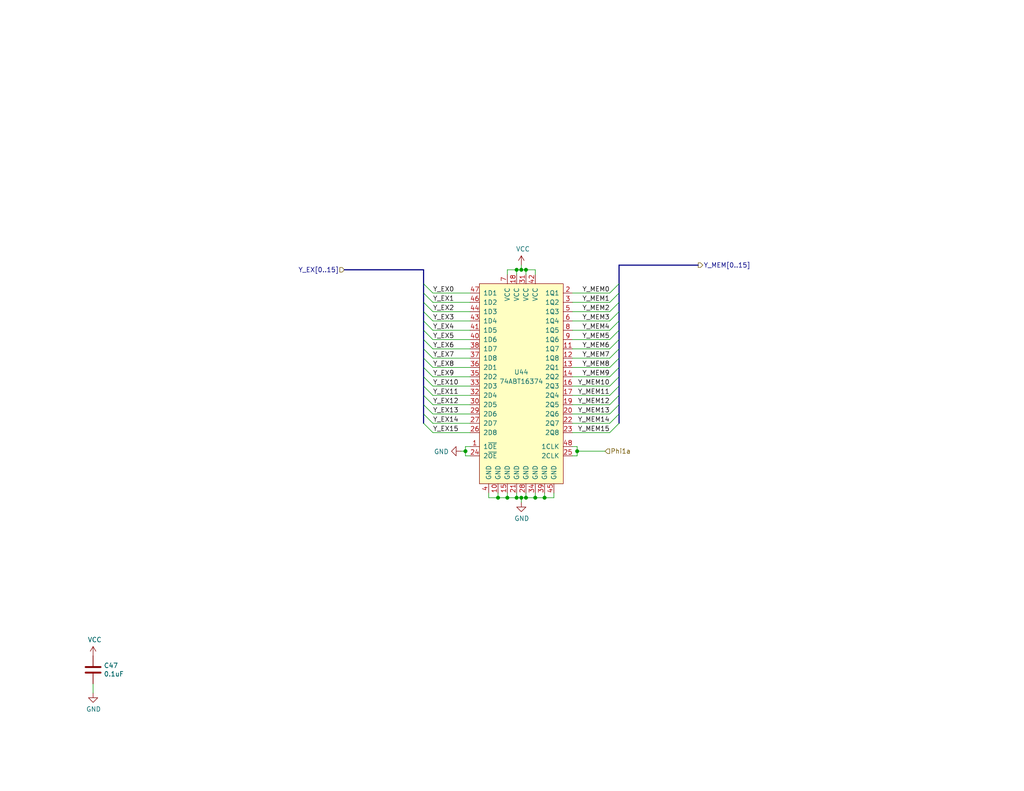
<source format=kicad_sch>
(kicad_sch (version 20250114) (generator "eeschema") (generator_version "9.0")
  (paper "USLetter")
  (title_block (title "EX/MEM: ALUResult Register") (date "2023-11-25") (rev "A"))
  (lib_symbols
    (symbol "Device:C" (pin_numbers (hide yes)) (pin_names (offset 0.254))
      (property "Reference" "C" (at 0.635 2.54 0))
      (property "Value" "C" (at 0.635 -2.54 0))
      (symbol "C_0_1"
        (polyline (pts (xy -2.032 0.762) (xy 2.032 0.762)) (stroke (width 0.508)))
        (polyline (pts (xy -2.032 -0.762) (xy 2.032 -0.762)) (stroke (width 0.508)))
      )
      (symbol "C_1_1"
        (pin passive line (at 0 3.81 270) (length 2.794) (name "~") (number "1"))
        (pin passive line (at 0 -3.81 90) (length 2.794) (name "~") (number "2"))
      )
    )
    (symbol "Turtle16:74ABT16374" (pin_names (offset 1.016))
      (symbol "74ABT16374_0_0"
        (pin input line (at -13.97 21.59 0) (length 2.54) (name "1D1") (number "47"))
        (pin input line (at -13.97 19.05 0) (length 2.54) (name "1D2") (number "46"))
        (pin input line (at -13.97 16.51 0) (length 2.54) (name "1D3") (number "44"))
        (pin input line (at -13.97 13.97 0) (length 2.54) (name "1D4") (number "43"))
        (pin input line (at -13.97 11.43 0) (length 2.54) (name "1D5") (number "41"))
        (pin input line (at -13.97 8.89 0) (length 2.54) (name "1D6") (number "40"))
        (pin input line (at -13.97 6.35 0) (length 2.54) (name "1D7") (number "38"))
        (pin input line (at -13.97 3.81 0) (length 2.54) (name "1D8") (number "37"))
        (pin input line (at -13.97 1.27 0) (length 2.54) (name "2D1") (number "36"))
        (pin input line (at -13.97 -1.27 0) (length 2.54) (name "2D2") (number "35"))
        (pin input line (at -13.97 -3.81 0) (length 2.54) (name "2D3") (number "33"))
        (pin input line (at -13.97 -6.35 0) (length 2.54) (name "2D4") (number "32"))
        (pin input line (at -13.97 -8.89 0) (length 2.54) (name "2D5") (number "30"))
        (pin input line (at -13.97 -11.43 0) (length 2.54) (name "2D6") (number "29"))
        (pin input line (at -13.97 -13.97 0) (length 2.54) (name "2D7") (number "27"))
        (pin input line (at -13.97 -16.51 0) (length 2.54) (name "2D8") (number "26"))
        (pin input line (at -13.97 -20.32 0) (length 2.54) (name "1~{OE}") (number "1"))
        (pin input line (at -13.97 -22.86 0) (length 2.54) (name "2~{OE}") (number "24"))
        (pin power_in line (at -8.89 -33.02 90) (length 2.54) (name "GND") (number "4"))
        (pin power_in line (at -6.35 -33.02 90) (length 2.54) (name "GND") (number "10"))
        (pin power_in line (at -3.81 26.67 270) (length 2.54) (name "VCC") (number "7"))
        (pin power_in line (at -3.81 -33.02 90) (length 2.54) (name "GND") (number "15"))
        (pin power_in line (at -1.27 26.67 270) (length 2.54) (name "VCC") (number "18"))
        (pin power_in line (at -1.27 -33.02 90) (length 2.54) (name "GND") (number "21"))
        (pin power_in line (at 1.27 26.67 270) (length 2.54) (name "VCC") (number "31"))
        (pin power_in line (at 1.27 -33.02 90) (length 2.54) (name "GND") (number "28"))
        (pin power_in line (at 3.81 26.67 270) (length 2.54) (name "VCC") (number "42"))
        (pin power_in line (at 3.81 -33.02 90) (length 2.54) (name "GND") (number "34"))
        (pin power_in line (at 6.35 -33.02 90) (length 2.54) (name "GND") (number "39"))
        (pin power_in line (at 8.89 -33.02 90) (length 2.54) (name "GND") (number "45"))
        (pin tri_state line (at 13.97 21.59 180) (length 2.54) (name "1Q1") (number "2"))
        (pin tri_state line (at 13.97 19.05 180) (length 2.54) (name "1Q2") (number "3"))
        (pin tri_state line (at 13.97 16.51 180) (length 2.54) (name "1Q3") (number "5"))
        (pin tri_state line (at 13.97 13.97 180) (length 2.54) (name "1Q4") (number "6"))
        (pin tri_state line (at 13.97 11.43 180) (length 2.54) (name "1Q5") (number "8"))
        (pin tri_state line (at 13.97 8.89 180) (length 2.54) (name "1Q6") (number "9"))
        (pin tri_state line (at 13.97 6.35 180) (length 2.54) (name "1Q7") (number "11"))
        (pin tri_state line (at 13.97 3.81 180) (length 2.54) (name "1Q8") (number "12"))
        (pin tri_state line (at 13.97 1.27 180) (length 2.54) (name "2Q1") (number "13"))
        (pin tri_state line (at 13.97 -1.27 180) (length 2.54) (name "2Q2") (number "14"))
        (pin tri_state line (at 13.97 -3.81 180) (length 2.54) (name "2Q3") (number "16"))
        (pin tri_state line (at 13.97 -6.35 180) (length 2.54) (name "2Q4") (number "17"))
        (pin tri_state line (at 13.97 -8.89 180) (length 2.54) (name "2Q5") (number "19"))
        (pin tri_state line (at 13.97 -11.43 180) (length 2.54) (name "2Q6") (number "20"))
        (pin tri_state line (at 13.97 -13.97 180) (length 2.54) (name "2Q7") (number "22"))
        (pin tri_state line (at 13.97 -16.51 180) (length 2.54) (name "2Q8") (number "23"))
        (pin input line (at 13.97 -20.32 180) (length 2.54) (name "1CLK") (number "48"))
        (pin input line (at 13.97 -22.86 180) (length 2.54) (name "2CLK") (number "25"))
      )
      (symbol "74ABT16374_0_1"
        (rectangle (start -11.43 24.13) (end 11.43 -30.48) (fill (type background)))
      )
    )
    (symbol "power:GND" (power) (pin_names (offset 0))
      (property "Value" "GND" (at 0 -3.81 0))
      (symbol "GND_0_1"
        (polyline (pts (xy 0 0) (xy 0 -1.27) (xy 1.27 -1.27) (xy 0 -2.54) (xy -1.27 -1.27) (xy 0 -1.27)))
      )
      (symbol "GND_1_1"
        (pin power_in line (at 0 0 270) (length 0) (hide yes) (name "GND") (number "1"))
      )
    )
    (symbol "power:VCC" (power) (pin_names (offset 0))
      (property "Value" "VCC" (at 0 3.81 0))
      (symbol "VCC_0_1"
        (polyline (pts (xy -0.762 1.27) (xy 0 2.54)))
        (polyline (pts (xy 0 2.54) (xy 0.762 1.27)))
        (polyline (pts (xy 0 0) (xy 0 2.54)))
      )
      (symbol "VCC_1_1"
        (pin power_in line (at 0 0 90) (length 0) (hide yes) (name "VCC") (number "1"))
      )
    )
  )
  (junction (at 157.48 123.19))
  (junction (at 142.24 135.89))
  (junction (at 127 123.19))
  (junction (at 143.51 73.66))
  (junction (at 146.05 135.89))
  (junction (at 148.59 135.89))
  (junction (at 140.97 135.89))
  (junction (at 135.89 135.89))
  (junction (at 140.97 73.66))
  (junction (at 142.24 73.66))
  (junction (at 138.43 135.89))
  (junction (at 143.51 135.89))
  (bus_entry (at 115.57 87.63) (size 2.54 2.54))
  (bus_entry (at 168.91 87.63) (size -2.54 2.54))
  (bus_entry (at 168.91 113.03) (size -2.54 2.54))
  (bus_entry (at 115.57 82.55) (size 2.54 2.54))
  (bus_entry (at 168.91 92.71) (size -2.54 2.54))
  (bus_entry (at 115.57 90.17) (size 2.54 2.54))
  (bus_entry (at 115.57 92.71) (size 2.54 2.54))
  (bus_entry (at 168.91 77.47) (size -2.54 2.54))
  (bus_entry (at 168.91 110.49) (size -2.54 2.54))
  (bus_entry (at 115.57 77.47) (size 2.54 2.54))
  (bus_entry (at 115.57 110.49) (size 2.54 2.54))
  (bus_entry (at 168.91 85.09) (size -2.54 2.54))
  (bus_entry (at 115.57 102.87) (size 2.54 2.54))
  (bus_entry (at 115.57 97.79) (size 2.54 2.54))
  (bus_entry (at 168.91 80.01) (size -2.54 2.54))
  (bus_entry (at 168.91 115.57) (size -2.54 2.54))
  (bus_entry (at 168.91 105.41) (size -2.54 2.54))
  (bus_entry (at 115.57 105.41) (size 2.54 2.54))
  (bus_entry (at 168.91 90.17) (size -2.54 2.54))
  (bus_entry (at 115.57 113.03) (size 2.54 2.54))
  (bus_entry (at 115.57 100.33) (size 2.54 2.54))
  (bus_entry (at 115.57 95.25) (size 2.54 2.54))
  (bus_entry (at 168.91 102.87) (size -2.54 2.54))
  (bus_entry (at 115.57 80.01) (size 2.54 2.54))
  (bus_entry (at 168.91 100.33) (size -2.54 2.54))
  (bus_entry (at 168.91 107.95) (size -2.54 2.54))
  (bus_entry (at 168.91 82.55) (size -2.54 2.54))
  (bus_entry (at 115.57 107.95) (size 2.54 2.54))
  (bus_entry (at 168.91 97.79) (size -2.54 2.54))
  (bus_entry (at 115.57 115.57) (size 2.54 2.54))
  (bus_entry (at 115.57 85.09) (size 2.54 2.54))
  (bus_entry (at 168.91 95.25) (size -2.54 2.54))
  (wire (pts (xy 135.89 135.89) (xy 138.43 135.89)))
  (bus (pts (xy 168.91 85.09) (xy 168.91 87.63)))
  (bus (pts (xy 93.98 73.66) (xy 115.57 73.66)))
  (wire (pts (xy 166.37 100.33) (xy 156.21 100.33)))
  (wire (pts (xy 166.37 80.01) (xy 156.21 80.01)))
  (wire (pts (xy 143.51 73.66) (xy 146.05 73.66)))
  (bus (pts (xy 115.57 113.03) (xy 115.57 115.57)))
  (wire (pts (xy 146.05 73.66) (xy 146.05 74.93)))
  (wire (pts (xy 166.37 82.55) (xy 156.21 82.55)))
  (wire (pts (xy 166.37 115.57) (xy 156.21 115.57)))
  (bus (pts (xy 168.91 87.63) (xy 168.91 90.17)))
  (wire (pts (xy 138.43 73.66) (xy 140.97 73.66)))
  (wire (pts (xy 140.97 135.89) (xy 142.24 135.89)))
  (bus (pts (xy 115.57 97.79) (xy 115.57 100.33)))
  (bus (pts (xy 168.91 107.95) (xy 168.91 110.49)))
  (bus (pts (xy 115.57 107.95) (xy 115.57 110.49)))
  (bus (pts (xy 190.5 72.39) (xy 168.91 72.39)))
  (wire (pts (xy 118.11 118.11) (xy 128.27 118.11)))
  (wire (pts (xy 118.11 105.41) (xy 128.27 105.41)))
  (wire (pts (xy 118.11 115.57) (xy 128.27 115.57)))
  (wire (pts (xy 142.24 72.39) (xy 142.24 73.66)))
  (bus (pts (xy 168.91 110.49) (xy 168.91 113.03)))
  (wire (pts (xy 140.97 73.66) (xy 142.24 73.66)))
  (wire (pts (xy 148.59 135.89) (xy 151.13 135.89)))
  (wire (pts (xy 142.24 135.89) (xy 143.51 135.89)))
  (wire (pts (xy 133.35 135.89) (xy 135.89 135.89)))
  (wire (pts (xy 118.11 95.25) (xy 128.27 95.25)))
  (wire (pts (xy 135.89 134.62) (xy 135.89 135.89)))
  (bus (pts (xy 168.91 95.25) (xy 168.91 97.79)))
  (wire (pts (xy 157.48 123.19) (xy 157.48 124.46)))
  (wire (pts (xy 138.43 134.62) (xy 138.43 135.89)))
  (wire (pts (xy 166.37 102.87) (xy 156.21 102.87)))
  (wire (pts (xy 127 124.46) (xy 128.27 124.46)))
  (bus (pts (xy 168.91 72.39) (xy 168.91 77.47)))
  (wire (pts (xy 166.37 90.17) (xy 156.21 90.17)))
  (bus (pts (xy 168.91 100.33) (xy 168.91 102.87)))
  (bus (pts (xy 115.57 92.71) (xy 115.57 95.25)))
  (bus (pts (xy 115.57 102.87) (xy 115.57 105.41)))
  (wire (pts (xy 118.11 97.79) (xy 128.27 97.79)))
  (wire (pts (xy 157.48 124.46) (xy 156.21 124.46)))
  (wire (pts (xy 127 121.92) (xy 127 123.19)))
  (wire (pts (xy 118.11 90.17) (xy 128.27 90.17)))
  (wire (pts (xy 118.11 113.03) (xy 128.27 113.03)))
  (wire (pts (xy 166.37 107.95) (xy 156.21 107.95)))
  (wire (pts (xy 156.21 121.92) (xy 157.48 121.92)))
  (bus (pts (xy 115.57 90.17) (xy 115.57 92.71)))
  (bus (pts (xy 168.91 90.17) (xy 168.91 92.71)))
  (bus (pts (xy 115.57 100.33) (xy 115.57 102.87)))
  (wire (pts (xy 166.37 118.11) (xy 156.21 118.11)))
  (wire (pts (xy 25.4 189.23) (xy 25.4 186.69)))
  (wire (pts (xy 118.11 100.33) (xy 128.27 100.33)))
  (wire (pts (xy 157.48 121.92) (xy 157.48 123.19)))
  (wire (pts (xy 140.97 134.62) (xy 140.97 135.89)))
  (wire (pts (xy 166.37 92.71) (xy 156.21 92.71)))
  (wire (pts (xy 146.05 135.89) (xy 148.59 135.89)))
  (wire (pts (xy 127 123.19) (xy 127 124.46)))
  (bus (pts (xy 115.57 73.66) (xy 115.57 77.47)))
  (bus (pts (xy 115.57 80.01) (xy 115.57 82.55)))
  (bus (pts (xy 115.57 110.49) (xy 115.57 113.03)))
  (wire (pts (xy 166.37 105.41) (xy 156.21 105.41)))
  (wire (pts (xy 118.11 82.55) (xy 128.27 82.55)))
  (bus (pts (xy 168.91 113.03) (xy 168.91 115.57)))
  (wire (pts (xy 127 123.19) (xy 125.73 123.19)))
  (wire (pts (xy 133.35 134.62) (xy 133.35 135.89)))
  (wire (pts (xy 118.11 87.63) (xy 128.27 87.63)))
  (wire (pts (xy 157.48 123.19) (xy 165.1 123.19)))
  (wire (pts (xy 118.11 102.87) (xy 128.27 102.87)))
  (wire (pts (xy 140.97 74.93) (xy 140.97 73.66)))
  (wire (pts (xy 142.24 135.89) (xy 142.24 137.16)))
  (bus (pts (xy 115.57 95.25) (xy 115.57 97.79)))
  (wire (pts (xy 142.24 73.66) (xy 143.51 73.66)))
  (wire (pts (xy 166.37 95.25) (xy 156.21 95.25)))
  (wire (pts (xy 151.13 135.89) (xy 151.13 134.62)))
  (wire (pts (xy 118.11 107.95) (xy 128.27 107.95)))
  (wire (pts (xy 166.37 113.03) (xy 156.21 113.03)))
  (bus (pts (xy 115.57 87.63) (xy 115.57 90.17)))
  (bus (pts (xy 168.91 82.55) (xy 168.91 85.09)))
  (bus (pts (xy 115.57 82.55) (xy 115.57 85.09)))
  (wire (pts (xy 138.43 135.89) (xy 140.97 135.89)))
  (wire (pts (xy 146.05 134.62) (xy 146.05 135.89)))
  (wire (pts (xy 128.27 121.92) (xy 127 121.92)))
  (bus (pts (xy 168.91 92.71) (xy 168.91 95.25)))
  (bus (pts (xy 115.57 85.09) (xy 115.57 87.63)))
  (wire (pts (xy 143.51 134.62) (xy 143.51 135.89)))
  (bus (pts (xy 168.91 102.87) (xy 168.91 105.41)))
  (wire (pts (xy 166.37 97.79) (xy 156.21 97.79)))
  (wire (pts (xy 138.43 74.93) (xy 138.43 73.66)))
  (bus (pts (xy 115.57 77.47) (xy 115.57 80.01)))
  (bus (pts (xy 168.91 105.41) (xy 168.91 107.95)))
  (wire (pts (xy 118.11 85.09) (xy 128.27 85.09)))
  (bus (pts (xy 115.57 105.41) (xy 115.57 107.95)))
  (wire (pts (xy 143.51 74.93) (xy 143.51 73.66)))
  (wire (pts (xy 148.59 134.62) (xy 148.59 135.89)))
  (wire (pts (xy 143.51 135.89) (xy 146.05 135.89)))
  (bus (pts (xy 168.91 80.01) (xy 168.91 82.55)))
  (wire (pts (xy 118.11 110.49) (xy 128.27 110.49)))
  (wire (pts (xy 166.37 85.09) (xy 156.21 85.09)))
  (bus (pts (xy 168.91 77.47) (xy 168.91 80.01)))
  (wire (pts (xy 166.37 110.49) (xy 156.21 110.49)))
  (bus (pts (xy 168.91 97.79) (xy 168.91 100.33)))
  (wire (pts (xy 118.11 80.01) (xy 128.27 80.01)))
  (wire (pts (xy 166.37 87.63) (xy 156.21 87.63)))
  (wire (pts (xy 118.11 92.71) (xy 128.27 92.71)))
  (label "Y_MEM11" (at 166.37 107.95 180))
  (label "Y_EX1" (at 118.11 82.55 0))
  (label "Y_MEM1" (at 166.37 82.55 180))
  (label "Y_MEM9" (at 166.37 102.87 180))
  (label "Y_EX5" (at 118.11 92.71 0))
  (label "Y_MEM2" (at 166.37 85.09 180))
  (label "Y_MEM6" (at 166.37 95.25 180))
  (label "Y_EX14" (at 118.11 115.57 0))
  (label "Y_EX3" (at 118.11 87.63 0))
  (label "Y_MEM4" (at 166.37 90.17 180))
  (label "Y_EX8" (at 118.11 100.33 0))
  (label "Y_MEM8" (at 166.37 100.33 180))
  (label "Y_EX4" (at 118.11 90.17 0))
  (label "Y_EX0" (at 118.11 80.01 0))
  (label "Y_EX11" (at 118.11 107.95 0))
  (label "Y_EX7" (at 118.11 97.79 0))
  (label "Y_EX10" (at 118.11 105.41 0))
  (label "Y_EX9" (at 118.11 102.87 0))
  (label "Y_EX6" (at 118.11 95.25 0))
  (label "Y_MEM3" (at 166.37 87.63 180))
  (label "Y_EX13" (at 118.11 113.03 0))
  (label "Y_MEM10" (at 166.37 105.41 180))
  (label "Y_MEM7" (at 166.37 97.79 180))
  (label "Y_MEM15" (at 166.37 118.11 180))
  (label "Y_EX2" (at 118.11 85.09 0))
  (label "Y_MEM12" (at 166.37 110.49 180))
  (label "Y_EX12" (at 118.11 110.49 0))
  (label "Y_EX15" (at 118.11 118.11 0))
  (label "Y_MEM14" (at 166.37 115.57 180))
  (label "Y_MEM5" (at 166.37 92.71 180))
  (label "Y_MEM0" (at 166.37 80.01 180))
  (label "Y_MEM13" (at 166.37 113.03 180))
  (hierarchical_label "Phi1a" (shape input) (at 165.1 123.19 0))
  (hierarchical_label "Y_EX[0..15]" (shape input) (at 93.98 73.66 180))
  (hierarchical_label "Y_MEM[0..15]" (shape output) (at 190.5 72.39 0))
  (symbol (lib_id "Device:C") (at 25.4 182.88 0) (unit 1)
    (property "Reference" "C47" (at 28.321 181.7116 0) (effects (justify left)))
    (property "Value" "0.1uF" (at 28.321 184.023 0) (effects (justify left)))
    (property "Footprint" "Capacitor_SMD:C_0603_1608Metric" (effects (hide yes)))
    (property "Datasheet" "https://www.mouser.com/datasheet/2/396/taiyo_yuden_12132018_mlcc11_hq_e-1510082.pdf" (effects (hide yes)))
    (property "Manufacturer" "Taiyo Yuden" (effects (hide yes)))
    (property "Manufacturer#" "EMK107B7104KAHT" (effects (hide yes)))
    (property "Digikey#" "587-6004-1-ND" (effects (hide yes)))
  )
  (symbol (lib_id "power:VCC") (at 25.4 179.07 0) (unit 1)
    (property "Reference" "#PWR0308" (effects (hide yes)))
    (property "Value" "VCC" (at 25.8318 174.6758 0))
  )
  (symbol (lib_id "power:GND") (at 25.4 189.23 0) (unit 1)
    (property "Reference" "#PWR0309" (effects (hide yes)))
    (property "Value" "GND" (at 25.527 193.6242 0))
  )
  (symbol (lib_id "power:GND") (at 125.73 123.19 270) (unit 1)
    (property "Reference" "#PWR0310" (effects (hide yes)))
    (property "Value" "GND" (at 122.4788 123.317 90) (effects (justify right)))
  )
  (symbol (lib_id "power:VCC") (at 142.24 72.39 0) (unit 1)
    (property "Reference" "#PWR0311" (effects (hide yes)))
    (property "Value" "VCC" (at 142.6718 67.9958 0))
  )
  (symbol (lib_id "power:GND") (at 142.24 137.16 0) (unit 1)
    (property "Reference" "#PWR0312" (effects (hide yes)))
    (property "Value" "GND" (at 142.367 141.5542 0))
  )
  (symbol (lib_id "Turtle16:74ABT16374") (at 142.24 101.6 0) (unit 1)
    (property "Reference" "U44" (at 142.24 101.6 0))
    (property "Value" "74ABT16374" (at 142.24 104.14 0))
    (property "Footprint" "Package_SO:TSSOP-48_6.1x12.5mm_P0.5mm" (effects (hide yes)))
    (property "Datasheet" "https://www.ti.com/general/docs/suppproductinfo.tsp?distId=26&gotoUrl=https://www.ti.com/lit/gpn/sn74abt16374a" (effects (hide yes)))
    (property "Manufacturer" "Texas Instruments" (effects (hide yes)))
    (property "Manufacturer#" "SN74ABT16374ADGGR" (effects (hide yes)))
    (property "Mouser#" "595-SNABT16374ADGGR" (effects (hide yes)))
    (property "Digikey#" "296-3900-1-ND" (effects (hide yes)))
  )
)
</source>
